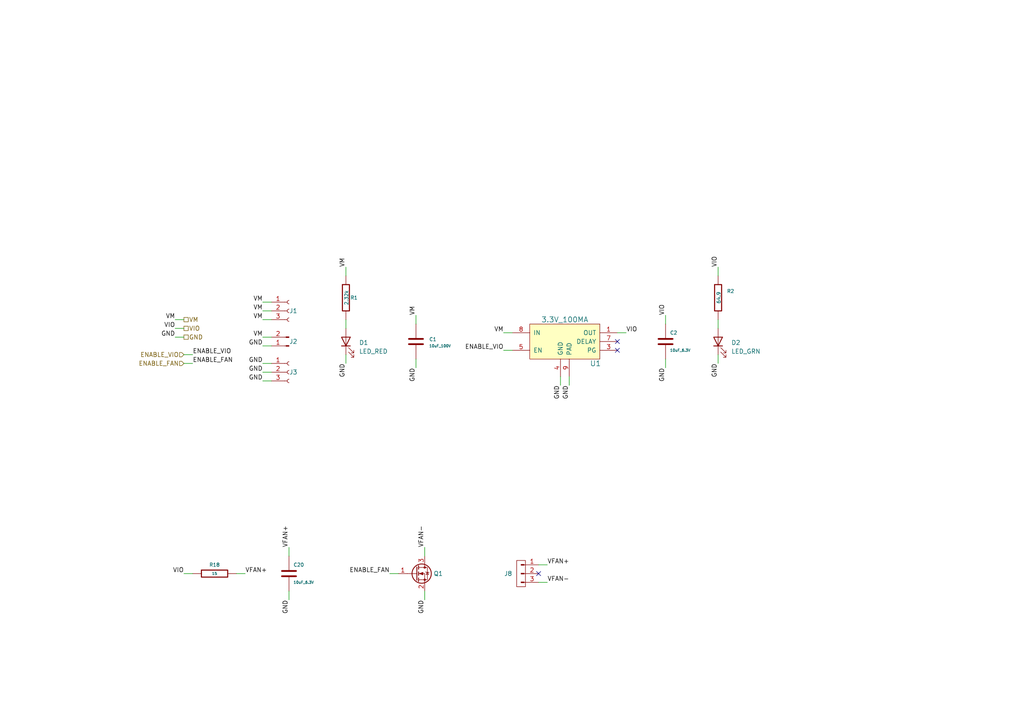
<source format=kicad_sch>
(kicad_sch (version 20230121) (generator eeschema)
  (paper "A4")
  (title_block (title "stepper-controller") (date "2024-04-16") (rev "1.0") (company "Howard Hughes Medical Institute"))
  (lib_symbols
    (symbol "Janelia:C_10uF_100V_1210" (pin_numbers hide) (pin_names (offset 0.254))
      (property "Reference" "C" (at 0 2.54 0))
      (property "Value" "10uF_100V" (at 0 0 0))
      (symbol "C_10uF_100V_1210_0_1"
        (polyline (pts (xy -2.032 -0.762) (xy 2.032 -0.762)) (stroke (width 0.508)))
        (polyline (pts (xy -2.032 0.762) (xy 2.032 0.762)) (stroke (width 0.508)))
      )
      (symbol "C_10uF_100V_1210_1_1"
        (pin passive line (at 0 5.08 270) (length 4.318) (name "~") (number "1"))
        (pin passive line (at 0 -5.08 90) (length 4.318) (name "~") (number "2"))
      )
    )
    (symbol "Janelia:C_10uF_6.3V_0402" (pin_numbers hide) (pin_names (offset 0.254))
      (property "Reference" "C" (at 0 2.54 0))
      (property "Value" "10uF_6.3V" (at 0 0 0))
      (symbol "C_10uF_6.3V_0402_0_1"
        (polyline (pts (xy -2.032 -0.762) (xy 2.032 -0.762)) (stroke (width 0.508)))
        (polyline (pts (xy -2.032 0.762) (xy 2.032 0.762)) (stroke (width 0.508)))
      )
      (symbol "C_10uF_6.3V_0402_1_1"
        (pin passive line (at 0 5.08 270) (length 4.318) (name "~") (number "1"))
        (pin passive line (at 0 -5.08 90) (length 4.318) (name "~") (number "2"))
      )
    )
    (symbol "Janelia:Conn_01x02_P1.5MM_Molex_Pico-SPOX-87438_Horizontal" (pin_names (offset 1.016) hide)
      (property "Reference" "J" (at 2.54 2.54 0))
      (property "Value" "Conn_01x02_P1.5MM_Molex_Pico-SPOX-87438_Horizontal" (at -1.27 -1.27 90))
      (symbol "Conn_01x02_P1.5MM_Molex_Pico-SPOX-87438_Horizontal_1_1"
        (polyline (pts (xy 1.27 -2.54) (xy 0.8636 -2.54)) (stroke (width 0.1524)))
        (polyline (pts (xy 1.27 0) (xy 0.8636 0)) (stroke (width 0.1524)))
        (rectangle (start 0.8636 -2.413) (end 0 -2.667) (stroke (width 0.1524)) (fill (type outline)))
        (rectangle (start 0.8636 0.127) (end 0 -0.127) (stroke (width 0.1524)) (fill (type outline)))
        (pin passive line (at 5.08 0 180) (length 3.81) (name "Pin_1") (number "1"))
        (pin passive line (at 5.08 -2.54 180) (length 3.81) (name "Pin_2") (number "2"))
      )
    )
    (symbol "Janelia:Conn_01x03_P2.54MM_HeaderHoles" (pin_names (offset 1.016) hide) (in_bom no)
      (property "Reference" "J" (at 0 5.08 0))
      (property "Value" "Conn_01x03_P2.54MM_HeaderHoles" (at 0 -5.08 0))
      (symbol "Conn_01x03_P2.54MM_HeaderHoles_1_1"
        (arc (start 0 -2.032) (mid -0.5058 -2.54) (end 0 -3.048) (stroke (width 0.1524)))
        (polyline (pts (xy -1.27 -2.54) (xy -0.508 -2.54)) (stroke (width 0.1524)))
        (polyline (pts (xy -1.27 0) (xy -0.508 0)) (stroke (width 0.1524)))
        (polyline (pts (xy -1.27 2.54) (xy -0.508 2.54)) (stroke (width 0.1524)))
        (arc (start 0 0.508) (mid -0.5058 0) (end 0 -0.508) (stroke (width 0.1524)))
        (arc (start 0 3.048) (mid -0.5058 2.54) (end 0 2.032) (stroke (width 0.1524)))
        (pin passive line (at -5.08 2.54 0) (length 3.81) (name "Pin_1") (number "1"))
        (pin passive line (at -5.08 0 0) (length 3.81) (name "Pin_2") (number "2"))
        (pin passive line (at -5.08 -2.54 0) (length 3.81) (name "Pin_3") (number "3"))
      )
    )
    (symbol "Janelia:HEADER_01X03_JST_SUR_VERTICAL" (pin_names (offset 1.016) hide)
      (property "Reference" "J" (at 0 5.08 0))
      (symbol "HEADER_01X03_JST_SUR_VERTICAL_0_1"
        (rectangle (start -1.27 3.81) (end 1.27 -3.81))
      )
      (symbol "HEADER_01X03_JST_SUR_VERTICAL_1_1"
        (polyline (pts (xy 1.27 -2.54) (xy 0.8636 -2.54)) (stroke (width 0.1524)))
        (polyline (pts (xy 1.27 0) (xy 0.8636 0)) (stroke (width 0.1524)))
        (polyline (pts (xy 1.27 2.54) (xy 0.8636 2.54)) (stroke (width 0.1524)))
        (rectangle (start 0.8636 -2.413) (end 0 -2.667) (stroke (width 0.1524)) (fill (type outline)))
        (rectangle (start 0.8636 0.127) (end 0 -0.127) (stroke (width 0.1524)) (fill (type outline)))
        (rectangle (start 0.8636 2.667) (end 0 2.413) (stroke (width 0.1524)) (fill (type outline)))
        (pin passive line (at 5.08 2.54 180) (length 3.81) (name "Pin_1") (number "1"))
        (pin passive line (at 5.08 0 180) (length 3.81) (name "Pin_2") (number "2"))
        (pin passive line (at 5.08 -2.54 180) (length 3.81) (name "Pin_3") (number "3"))
      )
    )
    (symbol "Janelia:LED_QT_GRN_2V_0402" (pin_numbers hide) (pin_names (offset 1.016) hide)
      (property "Reference" "D" (at 0 2.54 0))
      (property "Value" "LED_GRN" (at 0 -2.54 0))
      (symbol "LED_QT_GRN_2V_0402_0_1"
        (polyline (pts (xy -1.27 -1.27) (xy -1.27 1.27)) (stroke (width 0.254)))
        (polyline (pts (xy -1.27 0) (xy 1.27 0)))
        (polyline (pts (xy 1.27 -1.27) (xy 1.27 1.27) (xy -1.27 0) (xy 1.27 -1.27)) (stroke (width 0.254)))
        (polyline (pts (xy -3.048 -0.762) (xy -4.572 -2.286) (xy -3.81 -2.286) (xy -4.572 -2.286) (xy -4.572 -1.524)))
        (polyline (pts (xy -1.778 -0.762) (xy -3.302 -2.286) (xy -2.54 -2.286) (xy -3.302 -2.286) (xy -3.302 -1.524)))
      )
      (symbol "LED_QT_GRN_2V_0402_1_1"
        (pin passive line (at -3.81 0 0) (length 2.54) (name "K") (number "1"))
        (pin passive line (at 3.81 0 180) (length 2.54) (name "A") (number "2"))
      )
    )
    (symbol "Janelia:LED_QT_RED_2V_0402" (pin_numbers hide) (pin_names (offset 1.016) hide)
      (property "Reference" "D" (at 0 2.54 0))
      (property "Value" "LED_RED" (at 0 -2.54 0))
      (symbol "LED_QT_RED_2V_0402_0_1"
        (polyline (pts (xy -1.27 -1.27) (xy -1.27 1.27)) (stroke (width 0.254)))
        (polyline (pts (xy -1.27 0) (xy 1.27 0)))
        (polyline (pts (xy 1.27 -1.27) (xy 1.27 1.27) (xy -1.27 0) (xy 1.27 -1.27)) (stroke (width 0.254)))
        (polyline (pts (xy -3.048 -0.762) (xy -4.572 -2.286) (xy -3.81 -2.286) (xy -4.572 -2.286) (xy -4.572 -1.524)))
        (polyline (pts (xy -1.778 -0.762) (xy -3.302 -2.286) (xy -2.54 -2.286) (xy -3.302 -2.286) (xy -3.302 -1.524)))
      )
      (symbol "LED_QT_RED_2V_0402_1_1"
        (pin passive line (at -3.81 0 0) (length 2.54) (name "K") (number "1"))
        (pin passive line (at 3.81 0 180) (length 2.54) (name "A") (number "2"))
      )
    )
    (symbol "Janelia:MOSFET-N-CH-EN-CSD17483F4" (pin_names hide)
      (property "Reference" "Q" (at 5.08 0 0))
      (symbol "MOSFET-N-CH-EN-CSD17483F4_0_1"
        (polyline (pts (xy 0.254 0) (xy -2.54 0)))
        (polyline (pts (xy 0.254 1.905) (xy 0.254 -1.905)) (stroke (width 0.254)))
        (polyline (pts (xy 0.762 -1.27) (xy 0.762 -2.286)) (stroke (width 0.254)))
        (polyline (pts (xy 0.762 0.508) (xy 0.762 -0.508)) (stroke (width 0.254)))
        (polyline (pts (xy 0.762 2.286) (xy 0.762 1.27)) (stroke (width 0.254)))
        (polyline (pts (xy 2.54 2.54) (xy 2.54 1.778)))
        (polyline (pts (xy 2.54 -2.54) (xy 2.54 0) (xy 0.762 0)))
        (polyline (pts (xy 0.762 -1.778) (xy 3.302 -1.778) (xy 3.302 1.778) (xy 0.762 1.778)))
        (polyline (pts (xy 1.016 0) (xy 2.032 0.381) (xy 2.032 -0.381) (xy 1.016 0)) (fill (type outline)))
        (polyline (pts (xy 2.794 0.508) (xy 2.921 0.381) (xy 3.683 0.381) (xy 3.81 0.254)))
        (polyline (pts (xy 3.302 0.381) (xy 2.921 -0.254) (xy 3.683 -0.254) (xy 3.302 0.381)))
        (circle (center 1.651 0) (radius 2.794) (stroke (width 0.254)))
        (circle (center 2.54 -1.778) (radius 0.254) (fill (type outline)))
        (circle (center 2.54 1.778) (radius 0.254) (fill (type outline)))
      )
      (symbol "MOSFET-N-CH-EN-CSD17483F4_1_1"
        (pin input line (at -5.08 0 0) (length 2.54) (name "G") (number "1"))
        (pin passive line (at 2.54 -5.08 90) (length 2.54) (name "S") (number "2"))
        (pin passive line (at 2.54 5.08 270) (length 2.54) (name "D") (number "3"))
      )
    )
    (symbol "Janelia:R_15_0.1W_0402" (pin_numbers hide) (pin_names (offset 0))
      (property "Reference" "R" (at 2.032 0 90))
      (property "Value" "15" (at 0 0 90))
      (symbol "R_15_0.1W_0402_0_1"
        (rectangle (start -1.016 3.81) (end 1.016 -3.81) (stroke (width 0.3048)))
      )
      (symbol "R_15_0.1W_0402_1_1"
        (pin passive line (at 0 6.35 270) (length 2.54) (name "~") (number "1"))
        (pin passive line (at 0 -6.35 90) (length 2.54) (name "~") (number "2"))
      )
    )
    (symbol "Janelia:R_2.32k_1W_0805" (pin_numbers hide) (pin_names (offset 0))
      (property "Reference" "R" (at 2.032 0 90))
      (property "Value" "2.32k" (at 0.1778 0.0254 90))
      (symbol "R_2.32k_1W_0805_0_1"
        (rectangle (start -1.016 3.81) (end 1.016 -3.81) (stroke (width 0.3048)))
      )
      (symbol "R_2.32k_1W_0805_1_1"
        (pin passive line (at 0 6.35 270) (length 2.54) (name "~") (number "1"))
        (pin passive line (at 0 -6.35 90) (length 2.54) (name "~") (number "2"))
      )
    )
    (symbol "Janelia:R_64.9_0.1W_0402" (pin_numbers hide) (pin_names (offset 0))
      (property "Reference" "R" (at 2.032 0 90))
      (property "Value" "64.9" (at 0.1778 0.0254 90))
      (symbol "R_64.9_0.1W_0402_0_1"
        (rectangle (start -1.016 3.81) (end 1.016 -3.81) (stroke (width 0.3048)))
      )
      (symbol "R_64.9_0.1W_0402_1_1"
        (pin passive line (at 0 6.35 270) (length 2.54) (name "~") (number "1"))
        (pin passive line (at 0 -6.35 90) (length 2.54) (name "~") (number "2"))
      )
    )
    (symbol "Janelia:Regulator_Linear_3.3V_100MA_60Vin" (pin_names (offset 1.016))
      (property "Reference" "U" (at 8.89 -6.35 0))
      (property "Value" "3.3V_100MA" (at 0 6.35 0))
      (symbol "Regulator_Linear_3.3V_100MA_60Vin_1_1"
        (rectangle (start -10.16 5.08) (end 10.16 -5.08) (fill (type background)))
        (pin power_out line (at 15.24 2.54 180) (length 5.08) (name "OUT") (number "1"))
        (pin open_collector line (at 15.24 -2.54 180) (length 5.08) (name "PG") (number "3"))
        (pin power_in line (at -1.27 -10.16 90) (length 5.08) (name "GND") (number "4"))
        (pin input line (at -15.24 -2.54 0) (length 5.08) (name "EN") (number "5"))
        (pin output line (at 15.24 0 180) (length 5.08) (name "DELAY") (number "7"))
        (pin power_in line (at -15.24 2.54 0) (length 5.08) (name "IN") (number "8"))
        (pin passive line (at 1.27 -10.16 90) (length 5.08) (name "PAD") (number "9"))
      )
    )
  )
  (no_connect (at 179.07 99.06))
  (no_connect (at 179.07 101.6))
  (no_connect (at 156.21 166.37))
  (wire (pts (xy 156.21 163.83) (xy 158.75 163.83)))
  (wire (pts (xy 148.59 101.6) (xy 146.05 101.6)))
  (wire (pts (xy 53.34 97.79) (xy 50.8 97.79)))
  (wire (pts (xy 208.28 80.01) (xy 208.28 77.47)))
  (wire (pts (xy 193.04 93.98) (xy 193.04 91.44)))
  (wire (pts (xy 83.82 171.45) (xy 83.82 173.99)))
  (wire (pts (xy 156.21 168.91) (xy 158.75 168.91)))
  (wire (pts (xy 123.19 171.45) (xy 123.19 173.99)))
  (wire (pts (xy 179.07 96.52) (xy 181.61 96.52)))
  (wire (pts (xy 78.74 110.49) (xy 76.2 110.49)))
  (wire (pts (xy 78.74 105.41) (xy 76.2 105.41)))
  (wire (pts (xy 53.34 102.87) (xy 55.88 102.87)))
  (wire (pts (xy 123.19 161.29) (xy 123.19 158.75)))
  (wire (pts (xy 162.56 109.22) (xy 162.56 111.76)))
  (wire (pts (xy 78.74 87.63) (xy 76.2 87.63)))
  (wire (pts (xy 208.28 102.87) (xy 208.28 105.41)))
  (wire (pts (xy 53.34 105.41) (xy 55.88 105.41)))
  (wire (pts (xy 53.34 92.71) (xy 50.8 92.71)))
  (wire (pts (xy 193.04 104.14) (xy 193.04 106.68)))
  (wire (pts (xy 78.74 107.95) (xy 76.2 107.95)))
  (wire (pts (xy 208.28 92.71) (xy 208.28 95.25)))
  (wire (pts (xy 120.65 104.14) (xy 120.65 106.68)))
  (wire (pts (xy 78.74 92.71) (xy 76.2 92.71)))
  (wire (pts (xy 78.74 90.17) (xy 76.2 90.17)))
  (wire (pts (xy 100.33 80.01) (xy 100.33 77.47)))
  (wire (pts (xy 68.58 166.37) (xy 71.12 166.37)))
  (wire (pts (xy 100.33 102.87) (xy 100.33 105.41)))
  (wire (pts (xy 100.33 92.71) (xy 100.33 95.25)))
  (wire (pts (xy 78.74 97.79) (xy 76.2 97.79)))
  (wire (pts (xy 115.57 166.37) (xy 113.03 166.37)))
  (wire (pts (xy 78.74 100.33) (xy 76.2 100.33)))
  (wire (pts (xy 165.1 109.22) (xy 165.1 111.76)))
  (wire (pts (xy 120.65 93.98) (xy 120.65 91.44)))
  (wire (pts (xy 53.34 95.25) (xy 50.8 95.25)))
  (wire (pts (xy 55.88 166.37) (xy 53.34 166.37)))
  (wire (pts (xy 148.59 96.52) (xy 146.05 96.52)))
  (wire (pts (xy 83.82 161.29) (xy 83.82 158.75)))
  (label "GND" (at 100.33 105.41 270))
  (label "VFAN-" (at 158.75 168.91 0))
  (label "VM" (at 100.33 77.47 90))
  (label "GND" (at 76.2 100.33 180))
  (label "VIO" (at 193.04 91.44 90))
  (label "ENABLE_FAN" (at 113.03 166.37 180))
  (label "ENABLE_VIO" (at 146.05 101.6 180))
  (label "VM" (at 76.2 97.79 180))
  (label "ENABLE_FAN" (at 55.88 105.41 0))
  (label "VM" (at 120.65 91.44 90))
  (label "VM" (at 76.2 92.71 180))
  (label "VFAN+" (at 83.82 158.75 90))
  (label "VIO" (at 53.34 166.37 180))
  (label "GND" (at 120.65 106.68 270))
  (label "VM" (at 76.2 87.63 180))
  (label "VM" (at 146.05 96.52 180))
  (label "VIO" (at 181.61 96.52 0))
  (label "GND" (at 165.1 111.76 270))
  (label "GND" (at 76.2 110.49 180))
  (label "GND" (at 50.8 97.79 180))
  (label "VM" (at 50.8 92.71 180))
  (label "VIO" (at 208.28 77.47 90))
  (label "GND" (at 193.04 106.68 270))
  (label "GND" (at 83.82 173.99 270))
  (label "VFAN+" (at 158.75 163.83 0))
  (label "GND" (at 208.28 105.41 270))
  (label "GND" (at 123.19 173.99 270))
  (label "GND" (at 76.2 107.95 180))
  (label "GND" (at 76.2 105.41 180))
  (label "VM" (at 76.2 90.17 180))
  (label "ENABLE_VIO" (at 55.88 102.87 0))
  (label "VFAN+" (at 71.12 166.37 0))
  (label "VFAN-" (at 123.19 158.75 90))
  (label "GND" (at 162.56 111.76 270))
  (label "VIO" (at 50.8 95.25 180))
  (hierarchical_label "VM" (shape passive) (at 53.34 92.71 0))
  (hierarchical_label "VIO" (shape passive) (at 53.34 95.25 0))
  (hierarchical_label "ENABLE_FAN" (shape input) (at 53.34 105.41 180))
  (hierarchical_label "GND" (shape passive) (at 53.34 97.79 0))
  (hierarchical_label "ENABLE_VIO" (shape input) (at 53.34 102.87 180))
  (symbol (lib_id "Janelia:HEADER_01X03_JST_SUR_VERTICAL") (at 151.13 166.37 0) (unit 1)
    (property "Reference" "J8" (at 148.59 166.37 0) (effects (justify right)))
    (property "Value" "HEADER_01X03_JST_SUR_VERTICAL" (effects hide))
    (property "Footprint" "Janelia:JST_SUR_BM03B-SURS-TF_1x03-1MP_P0.80mm_Vertical" (effects hide))
    (property "Description" "CONN HEADER SMD 3POS 0.8MM" (effects hide))
    (property "Manufacturer" "JST Sales America Inc." (effects hide))
    (property "Manufacturer Part Number" "BM03B-SURS-TF" (effects hide))
    (property "Vendor" "Digi-Key" (effects hide))
    (property "Vendor Part Number" "455-3586-1-ND" (effects hide))
    (property "Sim.Enable" "0" (effects hide))
  )
  (symbol (lib_id "Janelia:C_10uF_6.3V_0402") (at 83.82 166.37 0) (unit 1)
    (property "Reference" "C20" (at 85.09 163.83 0) (effects (font (size 1.016 1.016)) (justify left)))
    (property "Value" "10uF_6.3V" (at 85.09 168.91 0) (effects (font (size 0.762 0.762)) (justify left)))
    (property "Footprint" "Janelia:C_0402_1005Metric" (effects hide))
    (property "Vendor" "Digi-Key" (effects hide))
    (property "Vendor Part Number" "490-GRT155R60J106ME13JCT-ND" (effects hide))
    (property "Description" "CAP CER 10UF 6.3V X5R" (effects hide))
    (property "Package" "0402" (effects hide))
    (property "Manufacturer" "Murata Electronics" (effects hide))
    (property "Manufacturer Part Number" "GRT155R60J106ME13J" (effects hide))
  )
  (symbol (lib_id "Janelia:Conn_01x03_P2.54MM_HeaderHoles") (at 83.82 107.95 0) (unit 1) (in_bom no)
    (property "Reference" "J3" (at 85.09 107.95 0))
    (property "Value" "Conn_01x03_P2.54MM_HeaderHoles" (effects hide))
    (property "Footprint" "Janelia:PinHeader_1x03_P2.54mm_Vertical_Holes" (effects hide))
  )
  (symbol (lib_id "Janelia:R_15_0.1W_0402") (at 62.23 166.37 90) (unit 1)
    (property "Reference" "R18" (at 62.23 163.83 90) (effects (font (size 1.016 1.016))))
    (property "Value" "15" (at 62.23 166.37 90) (effects (font (size 0.762 0.762))))
    (property "Footprint" "Janelia:R_0402_1005Metric" (effects hide))
    (property "Vendor" "Digi-Key" (effects hide))
    (property "Vendor Part Number" "P15.0LCT-ND" (effects hide))
    (property "Description" "RES SMD 15 OHM 1% 1/10W" (effects hide))
    (property "Package" "0402" (effects hide))
    (property "Manufacturer" "Panasonic Electronic Components" (effects hide))
    (property "Manufacturer Part Number" "ERJ-2RKF15R0X" (effects hide))
  )
  (symbol (lib_id "Janelia:LED_QT_GRN_2V_0402") (at 208.28 99.06 90) (unit 1)
    (property "Reference" "D2" (at 212.09 99.3775 90) (effects (justify right)))
    (property "Value" "LED_GRN" (at 212.09 101.9175 90) (effects (justify right)))
    (property "Footprint" "Janelia:LED_0402_1005Metric" (effects hide))
    (property "Description" "LED GREEN CLEAR" (effects hide))
    (property "Package" "0402" (effects hide))
    (property "Manufacturer" "QT Brightek (QTB)" (effects hide))
    (property "Manufacturer Part Number" "QBLP595-AG1" (effects hide))
    (property "Vendor" "Digi-Key" (effects hide))
    (property "Vendor Part Number" "1516-QBLP595-AG1CT-ND" (effects hide))
  )
  (symbol (lib_id "Janelia:C_10uF_6.3V_0402") (at 193.04 99.06 0) (unit 1)
    (property "Reference" "C2" (at 194.31 96.52 0) (effects (font (size 1.016 1.016)) (justify left)))
    (property "Value" "10uF_6.3V" (at 194.31 101.6 0) (effects (font (size 0.762 0.762)) (justify left)))
    (property "Footprint" "Janelia:C_0402_1005Metric" (effects hide))
    (property "Vendor" "Digi-Key" (effects hide))
    (property "Vendor Part Number" "490-GRT155R60J106ME13JCT-ND" (effects hide))
    (property "Description" "CAP CER 10UF 6.3V X5R" (effects hide))
    (property "Package" "0402" (effects hide))
    (property "Manufacturer" "Murata Electronics" (effects hide))
    (property "Manufacturer Part Number" "GRT155R60J106ME13J" (effects hide))
  )
  (symbol (lib_id "Janelia:Conn_01x02_P1.5MM_Molex_Pico-SPOX-87438_Horizontal") (at 83.82 100.33 180) (unit 1)
    (property "Reference" "J2" (at 85.09 99.06 0))
    (property "Value" "Conn_01x02_P1.5MM_Molex_Pico-SPOX-87438_Horizontal" (effects hide))
    (property "Footprint" "Janelia:Molex_Pico-SPOX-87438_1x02-P1.5MM_Horizontal" (effects hide))
    (property "Description" "CONN HEADER SMD R/A 2POS 1.5MM" (effects hide))
    (property "Manufacturer" "Molex" (effects hide))
    (property "Manufactuer Part Number" "0874380243" (effects hide))
    (property "Vendor" "Digi-Key" (effects hide))
    (property "Vendor Part Number" "WM7646CT-ND" (effects hide))
  )
  (symbol (lib_id "Janelia:Conn_01x03_P2.54MM_HeaderHoles") (at 83.82 90.17 0) (unit 1) (in_bom no)
    (property "Reference" "J1" (at 85.09 90.17 0))
    (property "Value" "Conn_01x03_P2.54MM_HeaderHoles" (effects hide))
    (property "Footprint" "Janelia:PinHeader_1x03_P2.54mm_Vertical_Holes" (effects hide))
  )
  (symbol (lib_id "Janelia:Regulator_Linear_3.3V_100MA_60Vin") (at 163.83 99.06 0) (unit 1)
    (property "Reference" "U1" (at 172.72 105.41 0) (effects (font (size 1.524 1.524))))
    (property "Value" "3.3V_100MA" (at 163.83 92.71 0) (effects (font (size 1.524 1.524))))
    (property "Footprint" "Janelia:DRB0008B" (effects hide))
    (property "Vendor" "Digi-Key" (effects hide))
    (property "Vendor Part Number" "296-38540-1-ND" (effects hide))
    (property "Manufacturer" "Texas Instruments" (effects hide))
    (property "Manufacturer Part Number" "TPS7A1633DRBT" (effects hide))
    (property "Package" "8SON" (effects hide))
    (property "Description" "IC REG LINEAR 3.3V 100MA" (effects hide))
    (property "Sim.Enable" "0" (effects hide))
  )
  (symbol (lib_id "Janelia:MOSFET-N-CH-EN-CSD17483F4") (at 120.65 166.37 0) (unit 1)
    (property "Reference" "Q1" (at 125.73 166.37 0) (effects (justify left)))
    (property "Value" "MOSFET-N-CH" (effects hide))
    (property "Footprint" "Janelia:XFDFN-3" (effects hide))
    (property "Description" "MOSFET N-CH 30V 1.5A 3PICOSTAR" (effects hide))
    (property "Manufacturer" "Texas Instruments" (effects hide))
    (property "Manufacturer Part Number" "CSD17483F4" (effects hide))
    (property "Vendor" "Digi-Key" (effects hide))
    (property "Vendor Part Number" "296-38914-1-ND" (effects hide))
    (property "Sim.Enable" "0" (effects hide))
  )
  (symbol (lib_id "Janelia:R_64.9_0.1W_0402") (at 208.28 86.36 0) (unit 1)
    (property "Reference" "R2" (at 210.82 84.455 0) (effects (font (size 1.016 1.016)) (justify left)))
    (property "Value" "64.9" (at 208.4578 86.3346 90) (effects (font (size 1.016 1.016))))
    (property "Footprint" "Janelia:R_0402_1005Metric" (effects hide))
    (property "Vendor" "Digi-Key" (effects hide))
    (property "Vendor Part Number" "P64.9LCT-ND" (effects hide))
    (property "Description" "RES SMD 64.9 OHM 1% 1/10W" (effects hide))
    (property "Package" "0402" (effects hide))
    (property "Manufacturer" "Panasonic Electronic Components" (effects hide))
    (property "Manufacturer Part Number" "ERJ-2RKF64R9X" (effects hide))
  )
  (symbol (lib_id "Janelia:C_10uF_100V_1210") (at 120.65 99.06 0) (unit 1)
    (property "Reference" "C1" (at 124.46 98.425 0) (effects (font (size 1.016 1.016)) (justify left)))
    (property "Value" "10uF_100V" (at 124.46 100.3299 0) (effects (font (size 0.762 0.762)) (justify left)))
    (property "Footprint" "Janelia:C_1210_3225Metric" (effects hide))
    (property "Vendor" "Digi-Key" (effects hide))
    (property "Vendor Part Number" "490-16266-1-ND" (effects hide))
    (property "Description" "CAP CER 10UF 100V X7S" (effects hide))
    (property "Package" "1210" (effects hide))
    (property "Manufacturer" "Murata Electronics" (effects hide))
    (property "Manufacturer Part Number" "GRM32EC72A106KE05L" (effects hide))
  )
  (symbol (lib_id "Janelia:LED_QT_RED_2V_0402") (at 100.33 99.06 90) (unit 1)
    (property "Reference" "D1" (at 104.14 99.3775 90) (effects (justify right)))
    (property "Value" "LED_RED" (at 104.14 101.9175 90) (effects (justify right)))
    (property "Footprint" "Janelia:LED_0402_1005Metric" (effects hide))
    (property "Package" "0402" (effects hide))
    (property "Manufacturer" "QT Brightek (QTB)" (effects hide))
    (property "Manufacturer Part Number" "QBLP595-R" (effects hide))
    (property "Vendor" "Digi-Key" (effects hide))
    (property "Vendor Part Number" "1516-1217-1-ND" (effects hide))
  )
  (symbol (lib_id "Janelia:R_2.32k_1W_0805") (at 100.33 86.36 0) (unit 1)
    (property "Reference" "R1" (at 101.6 86.36 0) (effects (font (size 1.016 1.016)) (justify left)))
    (property "Value" "2.32k" (at 100.5078 86.3346 90) (effects (font (size 1.016 1.016))))
    (property "Footprint" "R_0805_2012Metric.kicad_mod" (effects hide))
    (property "Description" "RA73F 2A 2K32 0.1% 5K RL" (effects hide))
    (property "Package" "0805 (2012 Metric)" (effects hide))
    (property "Manufacturer" "TE Connectivity Passive Product" (effects hide))
    (property "Manufacturer Part Number" "RA73F2A2K32BTD" (effects hide))
    (property "Vendor" "Digi-Key" (effects hide))
    (property "Vendor Part Number" "1712-RA73F2A2K32BTDCT-ND" (effects hide))
  )
)
</source>
